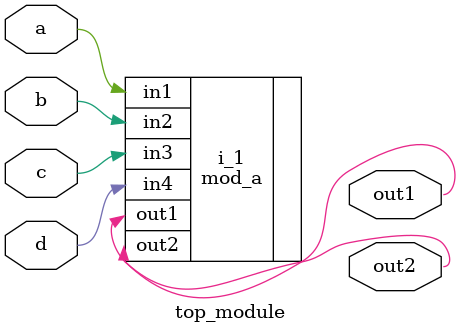
<source format=v>
/* 
Problem Statement: This problem is similar to module. You are given a module named mod_a that has 2 outputs and 4 inputs, in some order. You must connect the 6 ports by name to your top-level module's ports:

                    Port in mod_a	       Port in top_module
                    
                    output out1           out1
                    output out2   	      out2
                    input in1           	a
                    input in2     	      b
                    input in3            	c
                    input in4     	      d
                    
                    You are given the following module:

                    module mod_a ( output out1, output out2, input in1, input in2, input in3, input in4);
*/

//Solution: 

module top_module ( 
    input a, 
    input b, 
    input c,
    input d,
    output out1,
    output out2
);
    mod_a i_1(.out1(out1), .out2(out2), .in1(a), .in2(b), .in3(c), .in4(d));

endmodule

</source>
